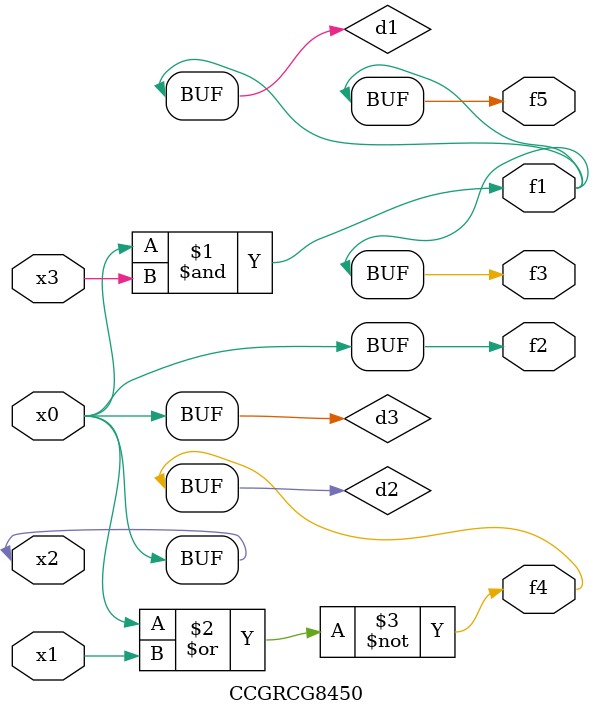
<source format=v>
module CCGRCG8450(
	input x0, x1, x2, x3,
	output f1, f2, f3, f4, f5
);

	wire d1, d2, d3;

	and (d1, x2, x3);
	nor (d2, x0, x1);
	buf (d3, x0, x2);
	assign f1 = d1;
	assign f2 = d3;
	assign f3 = d1;
	assign f4 = d2;
	assign f5 = d1;
endmodule

</source>
